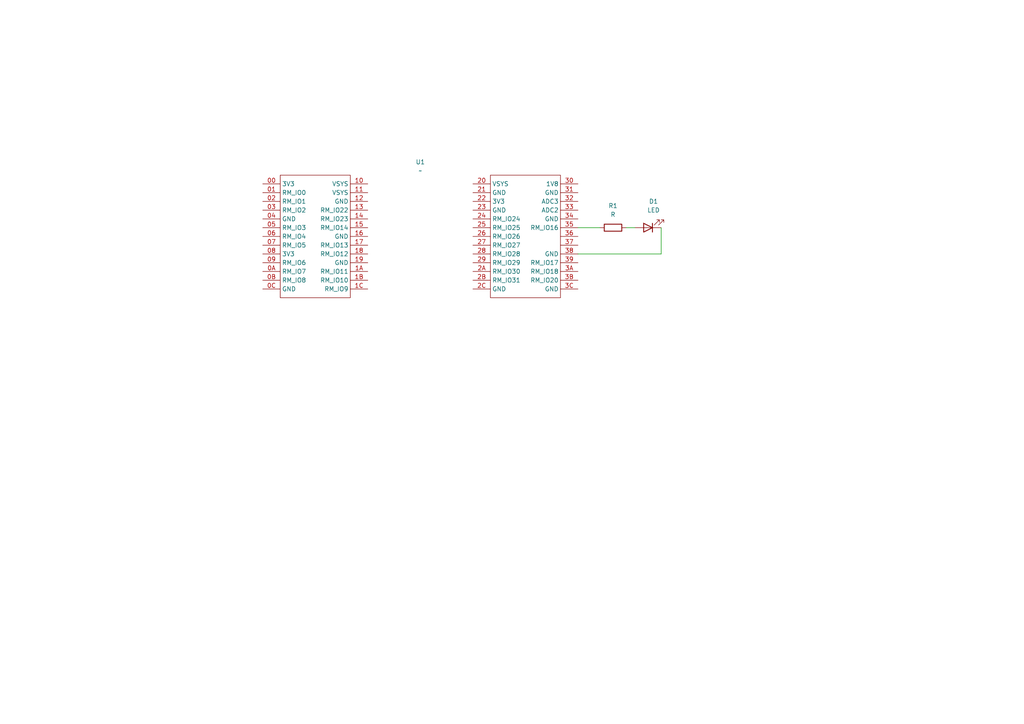
<source format=kicad_sch>
(kicad_sch (version 20250114) (generator "eeschema") (generator_version "9.0")
  (paper "A4")
  (lib_symbols
    (symbol "Device:LED" (pin_numbers (hide yes)) (pin_names (offset 1.016) (hide yes))
      (property "Reference" "D" (at 0 2.54 0))
      (property "Value" "LED" (at 0 -2.54 0))
      (symbol "LED_0_1"
        (polyline (pts (xy -3.048 -0.762) (xy -4.572 -2.286) (xy -3.81 -2.286) (xy -4.572 -2.286) (xy -4.572 -1.524)))
        (polyline (pts (xy -1.778 -0.762) (xy -3.302 -2.286) (xy -2.54 -2.286) (xy -3.302 -2.286) (xy -3.302 -1.524)))
        (polyline (pts (xy -1.27 0) (xy 1.27 0)))
        (polyline (pts (xy -1.27 -1.27) (xy -1.27 1.27)) (stroke (width 0.254)))
        (polyline (pts (xy 1.27 -1.27) (xy 1.27 1.27) (xy -1.27 0) (xy 1.27 -1.27)) (stroke (width 0.254)))
      )
      (symbol "LED_1_1"
        (pin passive line (at -3.81 0 0) (length 2.54) (name "K") (number "1"))
        (pin passive line (at 3.81 0 180) (length 2.54) (name "A") (number "2"))
      )
    )
    (symbol "Device:R" (pin_numbers (hide yes)) (pin_names (offset 0))
      (property "Reference" "R" (at 2.032 0 90))
      (property "Value" "R" (at 0 0 90))
      (symbol "R_0_1"
        (rectangle (start -1.016 -2.54) (end 1.016 2.54) (stroke (width 0.254)))
      )
      (symbol "R_1_1"
        (pin passive line (at 0 3.81 270) (length 1.27) (name "~") (number "1"))
        (pin passive line (at 0 -3.81 90) (length 1.27) (name "~") (number "2"))
      )
    )
    (symbol "kicad_inventree_lib:LuckfoxLyraUltra"
      (property "Reference" "U" (at 0 2.54 0))
      (symbol "LuckfoxLyraUltra_0_1"
        (rectangle (start -40.64 43.18) (end -20.32 7.62))
        (rectangle (start 20.32 43.18) (end 40.64 7.62))
      )
      (symbol "LuckfoxLyraUltra_1_1"
        (pin power_out line (at -45.72 40.64 0) (length 5.08) (name "3V3") (number "00"))
        (pin bidirectional line (at -45.72 38.1 0) (length 5.08) (name "RM_IO0") (number "01"))
        (pin bidirectional line (at -45.72 35.56 0) (length 5.08) (name "RM_IO1") (number "02"))
        (pin bidirectional line (at -45.72 33.02 0) (length 5.08) (name "RM_IO2") (number "03"))
        (pin power_in line (at -45.72 30.48 0) (length 5.08) (name "GND") (number "04"))
        (pin bidirectional line (at -45.72 27.94 0) (length 5.08) (name "RM_IO3") (number "05"))
        (pin bidirectional line (at -45.72 25.4 0) (length 5.08) (name "RM_IO4") (number "06"))
        (pin bidirectional line (at -45.72 22.86 0) (length 5.08) (name "RM_IO5") (number "07"))
        (pin power_out line (at -45.72 20.32 0) (length 5.08) (name "3V3") (number "08"))
        (pin bidirectional line (at -45.72 17.78 0) (length 5.08) (name "RM_IO6") (number "09"))
        (pin bidirectional line (at -45.72 15.24 0) (length 5.08) (name "RM_IO7") (number "0A"))
        (pin bidirectional line (at -45.72 12.7 0) (length 5.08) (name "RM_IO8") (number "0B"))
        (pin power_in line (at -45.72 10.16 0) (length 5.08) (name "GND") (number "0C"))
        (pin power_in line (at -15.24 40.64 180) (length 5.08) (name "VSYS") (number "10"))
        (pin power_in line (at -15.24 38.1 180) (length 5.08) (name "VSYS") (number "11"))
        (pin power_in line (at -15.24 35.56 180) (length 5.08) (name "GND") (number "12"))
        (pin bidirectional line (at -15.24 33.02 180) (length 5.08) (name "RM_IO22") (number "13"))
        (pin bidirectional line (at -15.24 30.48 180) (length 5.08) (name "RM_IO23") (number "14"))
        (pin bidirectional line (at -15.24 27.94 180) (length 5.08) (name "RM_IO14") (number "15"))
        (pin power_in line (at -15.24 25.4 180) (length 5.08) (name "GND") (number "16"))
        (pin bidirectional line (at -15.24 22.86 180) (length 5.08) (name "RM_IO13") (number "17"))
        (pin bidirectional line (at -15.24 20.32 180) (length 5.08) (name "RM_IO12") (number "18"))
        (pin power_in line (at -15.24 17.78 180) (length 5.08) (name "GND") (number "19"))
        (pin bidirectional line (at -15.24 15.24 180) (length 5.08) (name "RM_IO11") (number "1A"))
        (pin bidirectional line (at -15.24 12.7 180) (length 5.08) (name "RM_IO10") (number "1B"))
        (pin bidirectional line (at -15.24 10.16 180) (length 5.08) (name "RM_IO9") (number "1C"))
        (pin power_in line (at 15.24 40.64 0) (length 5.08) (name "VSYS") (number "20"))
        (pin power_in line (at 15.24 38.1 0) (length 5.08) (name "GND") (number "21"))
        (pin power_out line (at 15.24 35.56 0) (length 5.08) (name "3V3") (number "22"))
        (pin power_in line (at 15.24 33.02 0) (length 5.08) (name "GND") (number "23"))
        (pin bidirectional line (at 15.24 30.48 0) (length 5.08) (name "RM_IO24") (number "24"))
        (pin bidirectional line (at 15.24 27.94 0) (length 5.08) (name "RM_IO25") (number "25"))
        (pin bidirectional line (at 15.24 25.4 0) (length 5.08) (name "RM_IO26") (number "26"))
        (pin bidirectional line (at 15.24 22.86 0) (length 5.08) (name "RM_IO27") (number "27"))
        (pin bidirectional line (at 15.24 20.32 0) (length 5.08) (name "RM_IO28") (number "28"))
        (pin bidirectional line (at 15.24 17.78 0) (length 5.08) (name "RM_IO29") (number "29"))
        (pin bidirectional line (at 15.24 15.24 0) (length 5.08) (name "RM_IO30") (number "2A"))
        (pin bidirectional line (at 15.24 12.7 0) (length 5.08) (name "RM_IO31") (number "2B"))
        (pin power_in line (at 15.24 10.16 0) (length 5.08) (name "GND") (number "2C"))
        (pin power_out line (at 45.72 40.64 180) (length 5.08) (name "1V8") (number "30"))
        (pin power_in line (at 45.72 38.1 180) (length 5.08) (name "GND") (number "31"))
        (pin input line (at 45.72 35.56 180) (length 5.08) (name "ADC3") (number "32"))
        (pin input line (at 45.72 33.02 180) (length 5.08) (name "ADC2") (number "33"))
        (pin power_in line (at 45.72 30.48 180) (length 5.08) (name "GND") (number "34"))
        (pin bidirectional line (at 45.72 27.94 180) (length 5.08) (name "RM_IO16") (number "35"))
        (pin bidirectional line (at 45.72 25.4 180) (length 5.08) (name "") (number "36"))
        (pin bidirectional line (at 45.72 22.86 180) (length 5.08) (name "") (number "37"))
        (pin power_in line (at 45.72 20.32 180) (length 5.08) (name "GND") (number "38"))
        (pin bidirectional line (at 45.72 17.78 180) (length 5.08) (name "RM_IO17") (number "39"))
        (pin bidirectional line (at 45.72 15.24 180) (length 5.08) (name "RM_IO18") (number "3A"))
        (pin bidirectional line (at 45.72 12.7 180) (length 5.08) (name "RM_IO20") (number "3B"))
        (pin power_in line (at 45.72 10.16 180) (length 5.08) (name "GND") (number "3C"))
      )
    )
  )
  (wire (pts (xy 191.77 73.66) (xy 167.64 73.66)))
  (wire (pts (xy 191.77 66.04) (xy 191.77 73.66)))
  (wire (pts (xy 167.64 66.04) (xy 173.99 66.04)))
  (wire (pts (xy 181.61 66.04) (xy 184.15 66.04)))
  (symbol (lib_id "Device:R") (at 177.8 66.04 90) (unit 1)
    (property "Reference" "R1" (at 177.8 59.69 90))
    (property "Value" "R" (at 177.8 62.23 90))
    (property "Description" "Resistor" (effects (hide yes)))
  )
  (symbol (lib_id "kicad_inventree_lib:LuckfoxLyraUltra") (at 121.92 93.98 0) (unit 1)
    (property "Reference" "U1" (at 121.92 46.99 0))
    (property "Value" "~" (at 121.92 49.53 0))
    (property "Footprint" "kicad_inventree_lib:LuckfoxLyraUltra" (effects (hide yes)))
  )
  (symbol (lib_id "Device:LED") (at 187.96 66.04 180) (unit 1)
    (property "Reference" "D1" (at 189.5475 58.42 0))
    (property "Value" "LED" (at 189.5475 60.96 0))
    (property "Description" "Light emitting diode" (effects (hide yes)))
    (property "Sim.Pins" "1=K 2=A" (effects (hide yes)))
  )
)
</source>
